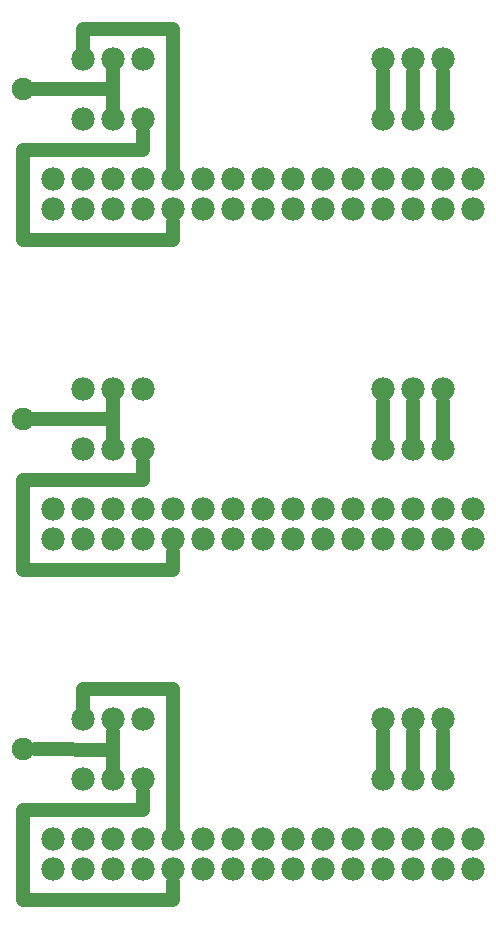
<source format=gtl>
G04 MADE WITH FRITZING*
G04 WWW.FRITZING.ORG*
G04 DOUBLE SIDED*
G04 HOLES PLATED*
G04 CONTOUR ON CENTER OF CONTOUR VECTOR*
%ASAXBY*%
%FSLAX23Y23*%
%MOIN*%
%OFA0B0*%
%SFA1.0B1.0*%
%ADD10C,0.078000*%
%ADD11C,0.075433*%
%ADD12C,0.048000*%
%LNCOPPER1*%
G90*
G70*
G54D10*
X608Y921D03*
X708Y921D03*
X808Y921D03*
X1608Y921D03*
X1708Y921D03*
X1808Y921D03*
X1608Y721D03*
X1708Y721D03*
X1808Y721D03*
X608Y721D03*
X708Y721D03*
X808Y721D03*
G54D11*
X408Y821D03*
G54D10*
X1908Y521D03*
X1808Y521D03*
X1708Y521D03*
X1608Y521D03*
X1508Y521D03*
X1408Y521D03*
X1308Y521D03*
X1208Y521D03*
X1108Y521D03*
X1008Y521D03*
X908Y521D03*
X808Y521D03*
X708Y521D03*
X608Y521D03*
X508Y521D03*
X1908Y421D03*
X1808Y421D03*
X1708Y421D03*
X1608Y421D03*
X1508Y421D03*
X1408Y421D03*
X1308Y421D03*
X1208Y421D03*
X1108Y421D03*
X1008Y421D03*
X908Y421D03*
X808Y421D03*
X708Y421D03*
X608Y421D03*
X508Y421D03*
X608Y2021D03*
X708Y2021D03*
X808Y2021D03*
X1608Y2021D03*
X1708Y2021D03*
X1808Y2021D03*
X1608Y1821D03*
X1708Y1821D03*
X1808Y1821D03*
X608Y1821D03*
X708Y1821D03*
X808Y1821D03*
G54D11*
X408Y1921D03*
G54D10*
X1908Y1621D03*
X1808Y1621D03*
X1708Y1621D03*
X1608Y1621D03*
X1508Y1621D03*
X1408Y1621D03*
X1308Y1621D03*
X1208Y1621D03*
X1108Y1621D03*
X1008Y1621D03*
X908Y1621D03*
X808Y1621D03*
X708Y1621D03*
X608Y1621D03*
X508Y1621D03*
X1908Y1521D03*
X1808Y1521D03*
X1708Y1521D03*
X1608Y1521D03*
X1508Y1521D03*
X1408Y1521D03*
X1308Y1521D03*
X1208Y1521D03*
X1108Y1521D03*
X1008Y1521D03*
X908Y1521D03*
X808Y1521D03*
X708Y1521D03*
X608Y1521D03*
X508Y1521D03*
X608Y3121D03*
X708Y3121D03*
X808Y3121D03*
X1608Y3121D03*
X1708Y3121D03*
X1808Y3121D03*
X1608Y2921D03*
X1708Y2921D03*
X1808Y2921D03*
X608Y2921D03*
X708Y2921D03*
X808Y2921D03*
G54D11*
X408Y3021D03*
G54D10*
X1908Y2721D03*
X1808Y2721D03*
X1708Y2721D03*
X1608Y2721D03*
X1508Y2721D03*
X1408Y2721D03*
X1308Y2721D03*
X1208Y2721D03*
X1108Y2721D03*
X1008Y2721D03*
X908Y2721D03*
X808Y2721D03*
X708Y2721D03*
X608Y2721D03*
X508Y2721D03*
X1908Y2621D03*
X1808Y2621D03*
X1708Y2621D03*
X1608Y2621D03*
X1508Y2621D03*
X1408Y2621D03*
X1308Y2621D03*
X1208Y2621D03*
X1108Y2621D03*
X1008Y2621D03*
X908Y2621D03*
X808Y2621D03*
X708Y2621D03*
X608Y2621D03*
X508Y2621D03*
G54D12*
X908Y1479D02*
X908Y1420D01*
D02*
X908Y2579D02*
X908Y2520D01*
D02*
X908Y379D02*
X908Y320D01*
D02*
X908Y1420D02*
X408Y1420D01*
D02*
X908Y2520D02*
X408Y2520D01*
D02*
X908Y320D02*
X408Y320D01*
D02*
X408Y2520D02*
X408Y2820D01*
D02*
X408Y1420D02*
X408Y1720D01*
D02*
X408Y320D02*
X408Y620D01*
D02*
X408Y620D02*
X808Y620D01*
D02*
X408Y1720D02*
X808Y1720D01*
D02*
X408Y2820D02*
X808Y2820D01*
D02*
X808Y2820D02*
X808Y2879D01*
D02*
X808Y1720D02*
X808Y1779D01*
D02*
X808Y620D02*
X808Y679D01*
D02*
X1608Y1979D02*
X1608Y1862D01*
D02*
X1608Y3079D02*
X1608Y2962D01*
D02*
X1608Y879D02*
X1608Y762D01*
D02*
X1708Y3079D02*
X1708Y2962D01*
D02*
X1708Y1979D02*
X1708Y1862D01*
D02*
X1708Y879D02*
X1708Y762D01*
D02*
X708Y3079D02*
X708Y2962D01*
D02*
X708Y879D02*
X708Y762D01*
D02*
X708Y1979D02*
X708Y1862D01*
D02*
X448Y821D02*
X709Y820D01*
D02*
X709Y820D02*
X708Y879D01*
D02*
X908Y562D02*
X908Y620D01*
D02*
X908Y620D02*
X908Y1021D01*
D02*
X908Y1021D02*
X608Y1021D01*
D02*
X608Y1021D02*
X608Y962D01*
D02*
X1808Y3079D02*
X1808Y2962D01*
D02*
X1808Y879D02*
X1808Y762D01*
D02*
X1808Y1979D02*
X1808Y1862D01*
D02*
X706Y1922D02*
X708Y1991D01*
D02*
X437Y1921D02*
X706Y1922D01*
D02*
X437Y3021D02*
X706Y3021D01*
D02*
X706Y3021D02*
X708Y3091D01*
D02*
X608Y3222D02*
X608Y3151D01*
D02*
X908Y2751D02*
X907Y3222D01*
D02*
X907Y3222D02*
X608Y3222D01*
G04 End of Copper1*
M02*
</source>
